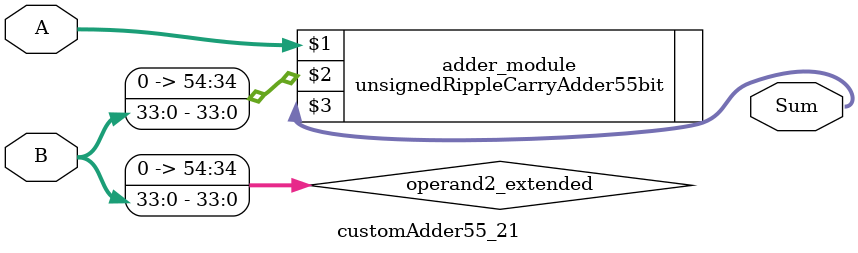
<source format=v>
module customAdder55_21(
                        input [54 : 0] A,
                        input [33 : 0] B,
                        
                        output [55 : 0] Sum
                );

        wire [54 : 0] operand2_extended;
        
        assign operand2_extended =  {21'b0, B};
        
        unsignedRippleCarryAdder55bit adder_module(
            A,
            operand2_extended,
            Sum
        );
        
        endmodule
        
</source>
